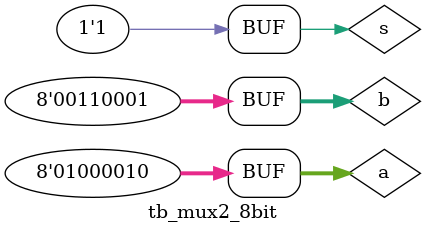
<source format=v>
`timescale 1ns/100ps

module tb_mux2_8bit;
	
	// regs & wire
	reg [7:0] a, b;
	reg s;
	wire [7:0] y;
	
	// instance mux2_bit
	mux2_8bit test_mux2_8bit(a, b, s, y);
	
	initial begin
		#0; a = 8'hff; b = 8'h22; s = 0;
		#5; a = 8'haa; b = 8'h55;
		#5; a = 8'hba; b = 8'hcc; s = 1;
		#5; a = 8'h42; b = 8'h31;
		#5;
	end
	
	
endmodule

</source>
